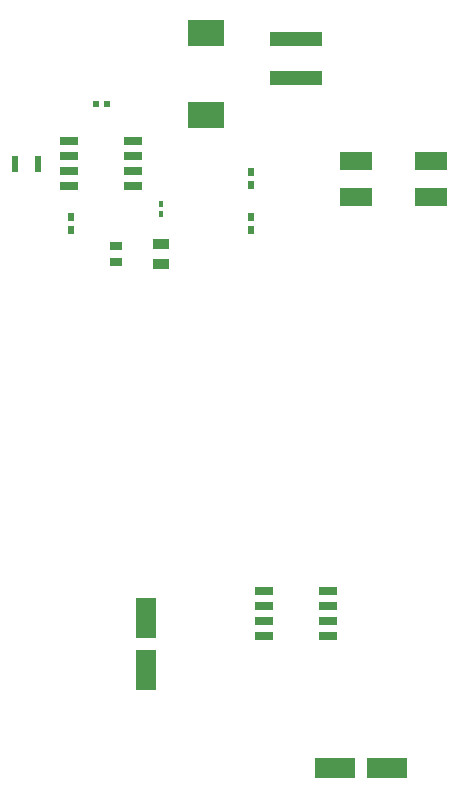
<source format=gbr>
G04 EAGLE Gerber RS-274X export*
G75*
%MOMM*%
%FSLAX34Y34*%
%LPD*%
%INSolderpaste Top*%
%IPPOS*%
%AMOC8*
5,1,8,0,0,1.08239X$1,22.5*%
G01*
G04 Define Apertures*
%ADD10R,0.600000X0.620000*%
%ADD11R,2.700000X1.600000*%
%ADD12R,0.620000X1.470000*%
%ADD13R,0.990000X0.780000*%
%ADD14R,1.390000X0.910000*%
%ADD15R,1.800000X3.350000*%
%ADD16R,3.350000X1.800000*%
%ADD17R,3.150000X2.300000*%
%ADD18R,1.525000X0.650000*%
%ADD19R,4.400000X1.180000*%
%ADD20R,0.600000X0.750000*%
%ADD21R,0.400000X0.625000*%
D10*
X1113000Y749300D03*
X1122200Y749300D03*
D11*
X1333500Y700800D03*
X1333500Y670800D03*
X1397000Y700800D03*
X1397000Y670800D03*
D12*
X1044100Y698500D03*
X1064100Y698500D03*
D13*
X1130300Y615300D03*
X1130300Y629300D03*
D14*
X1168400Y614100D03*
X1168400Y630500D03*
D15*
X1155700Y314100D03*
X1155700Y270100D03*
D16*
X1315310Y186690D03*
X1359310Y186690D03*
D17*
X1206500Y809700D03*
X1206500Y739700D03*
D18*
X1255580Y336550D03*
X1255580Y323850D03*
X1255580Y311150D03*
X1255580Y298450D03*
X1309820Y298450D03*
X1309820Y311150D03*
X1309820Y323850D03*
X1309820Y336550D03*
X1090480Y717550D03*
X1090480Y704850D03*
X1090480Y692150D03*
X1090480Y679450D03*
X1144720Y679450D03*
X1144720Y692150D03*
X1144720Y704850D03*
X1144720Y717550D03*
D19*
X1282700Y803950D03*
X1282700Y770850D03*
D20*
X1244600Y691300D03*
X1244600Y680300D03*
X1244600Y642200D03*
X1244600Y653200D03*
D21*
X1168400Y656280D03*
X1168400Y664520D03*
D20*
X1092200Y642200D03*
X1092200Y653200D03*
M02*

</source>
